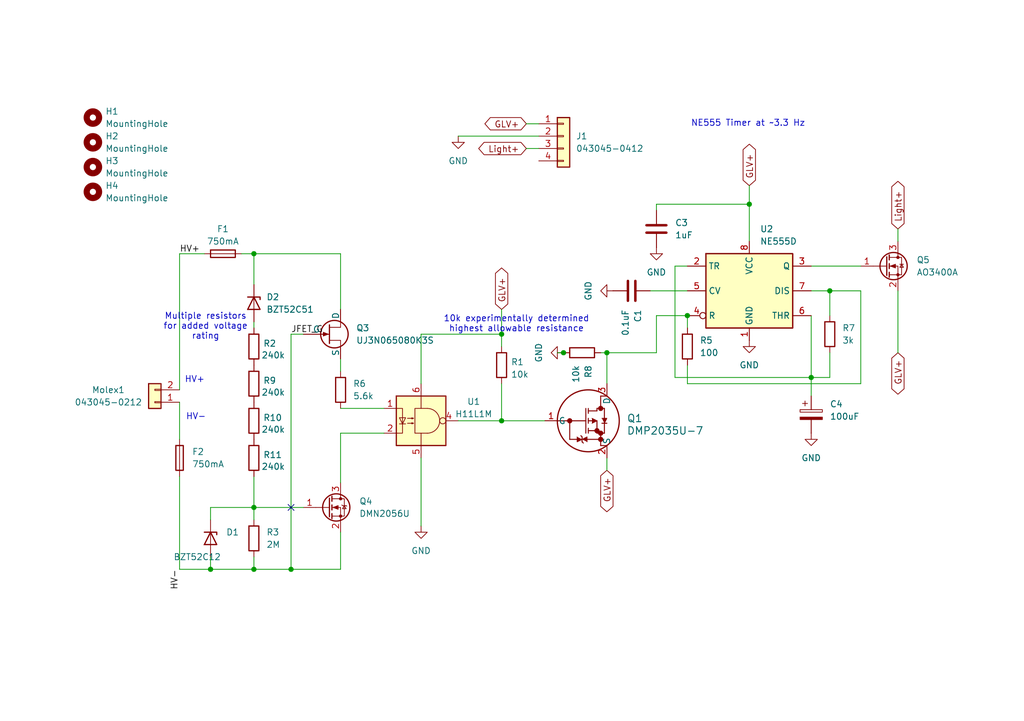
<source format=kicad_sch>
(kicad_sch (version 20250114) (generator "eeschema") (generator_version "9.0")
  (paper "A5")
  (lib_symbols
    (symbol "Connector_Generic:Conn_01x02" (pin_names (offset 1.016) (hide yes))
      (property "Reference" "J" (at 0 2.54 0))
      (property "Value" "Conn_01x02" (at 0 -5.08 0))
      (symbol "Conn_01x02_1_1"
        (rectangle (start -1.27 1.27) (end 1.27 -3.81) (stroke (width 0.254)) (fill (type background)))
        (rectangle (start -1.27 0.127) (end 0 -0.127) (stroke (width 0.1524)))
        (rectangle (start -1.27 -2.413) (end 0 -2.667) (stroke (width 0.1524)))
        (pin passive line (at -5.08 0 0) (length 3.81) (name "Pin_1") (number "1"))
        (pin passive line (at -5.08 -2.54 0) (length 3.81) (name "Pin_2") (number "2"))
      )
    )
    (symbol "Connector_Generic:Conn_01x04" (pin_names (offset 1.016) (hide yes))
      (property "Reference" "J" (at 0 5.08 0))
      (property "Value" "Conn_01x04" (at 0 -7.62 0))
      (symbol "Conn_01x04_1_1"
        (rectangle (start -1.27 3.81) (end 1.27 -6.35) (stroke (width 0.254)) (fill (type background)))
        (rectangle (start -1.27 2.667) (end 0 2.413) (stroke (width 0.1524)))
        (rectangle (start -1.27 0.127) (end 0 -0.127) (stroke (width 0.1524)))
        (rectangle (start -1.27 -2.413) (end 0 -2.667) (stroke (width 0.1524)))
        (rectangle (start -1.27 -4.953) (end 0 -5.207) (stroke (width 0.1524)))
        (pin passive line (at -5.08 2.54 0) (length 3.81) (name "Pin_1") (number "1"))
        (pin passive line (at -5.08 0 0) (length 3.81) (name "Pin_2") (number "2"))
        (pin passive line (at -5.08 -2.54 0) (length 3.81) (name "Pin_3") (number "3"))
        (pin passive line (at -5.08 -5.08 0) (length 3.81) (name "Pin_4") (number "4"))
      )
    )
    (symbol "Device:C" (pin_numbers (hide yes)) (pin_names (offset 0.254))
      (property "Reference" "C" (at 0.635 2.54 0))
      (property "Value" "C" (at 0.635 -2.54 0))
      (symbol "C_0_1"
        (polyline (pts (xy -2.032 0.762) (xy 2.032 0.762)) (stroke (width 0.508)))
        (polyline (pts (xy -2.032 -0.762) (xy 2.032 -0.762)) (stroke (width 0.508)))
      )
      (symbol "C_1_1"
        (pin passive line (at 0 3.81 270) (length 2.794) (name "~") (number "1"))
        (pin passive line (at 0 -3.81 90) (length 2.794) (name "~") (number "2"))
      )
    )
    (symbol "Device:C_Polarized" (pin_numbers (hide yes)) (pin_names (offset 0.254))
      (property "Reference" "C" (at 0.635 2.54 0))
      (property "Value" "C_Polarized" (at 0.635 -2.54 0))
      (symbol "C_Polarized_0_1"
        (rectangle (start -2.286 0.508) (end 2.286 1.016))
        (polyline (pts (xy -1.778 2.286) (xy -0.762 2.286)))
        (polyline (pts (xy -1.27 2.794) (xy -1.27 1.778)))
        (rectangle (start 2.286 -0.508) (end -2.286 -1.016) (fill (type outline)))
      )
      (symbol "C_Polarized_1_1"
        (pin passive line (at 0 3.81 270) (length 2.794) (name "~") (number "1"))
        (pin passive line (at 0 -3.81 90) (length 2.794) (name "~") (number "2"))
      )
    )
    (symbol "Device:D_Zener" (pin_numbers (hide yes)) (pin_names (offset 1.016) (hide yes))
      (property "Reference" "D" (at 0 2.54 0))
      (property "Value" "D_Zener" (at 0 -2.54 0))
      (symbol "D_Zener_0_1"
        (polyline (pts (xy -1.27 -1.27) (xy -1.27 1.27) (xy -0.762 1.27)) (stroke (width 0.254)))
        (polyline (pts (xy 1.27 0) (xy -1.27 0)))
        (polyline (pts (xy 1.27 -1.27) (xy 1.27 1.27) (xy -1.27 0) (xy 1.27 -1.27)) (stroke (width 0.254)))
      )
      (symbol "D_Zener_1_1"
        (pin passive line (at -3.81 0 0) (length 2.54) (name "K") (number "1"))
        (pin passive line (at 3.81 0 180) (length 2.54) (name "A") (number "2"))
      )
    )
    (symbol "Device:Fuse" (pin_numbers (hide yes)) (pin_names (offset 0))
      (property "Reference" "F" (at 2.032 0 90))
      (property "Value" "Fuse" (at -1.905 0 90))
      (symbol "Fuse_0_1"
        (rectangle (start -0.762 -2.54) (end 0.762 2.54) (stroke (width 0.254)))
        (polyline (pts (xy 0 2.54) (xy 0 -2.54)))
      )
      (symbol "Fuse_1_1"
        (pin passive line (at 0 3.81 270) (length 1.27) (name "~") (number "1"))
        (pin passive line (at 0 -3.81 90) (length 1.27) (name "~") (number "2"))
      )
    )
    (symbol "Device:R" (pin_numbers (hide yes)) (pin_names (offset 0))
      (property "Reference" "R" (at 2.032 0 90))
      (property "Value" "R" (at 0 0 90))
      (symbol "R_0_1"
        (rectangle (start -1.016 -2.54) (end 1.016 2.54) (stroke (width 0.254)))
      )
      (symbol "R_1_1"
        (pin passive line (at 0 3.81 270) (length 1.27) (name "~") (number "1"))
        (pin passive line (at 0 -3.81 90) (length 1.27) (name "~") (number "2"))
      )
    )
    (symbol "Diode:BZT52Bxx" (pin_numbers (hide yes)) (pin_names (hide yes))
      (property "Reference" "D" (at 0 2.54 0))
      (property "Value" "BZT52Bxx" (at 0 -2.54 0))
      (symbol "BZT52Bxx_0_1"
        (polyline (pts (xy -1.27 -1.27) (xy -1.27 1.27) (xy -0.762 1.27)) (stroke (width 0.254)))
        (polyline (pts (xy 1.27 0) (xy -1.27 0)))
        (polyline (pts (xy 1.27 -1.27) (xy 1.27 1.27) (xy -1.27 0) (xy 1.27 -1.27)) (stroke (width 0.254)))
      )
      (symbol "BZT52Bxx_1_1"
        (pin passive line (at -3.81 0 0) (length 2.54) (name "K") (number "1"))
        (pin passive line (at 3.81 0 180) (length 2.54) (name "A") (number "2"))
      )
    )
    (symbol "Isolator:H11L1" (pin_names (offset 1.016))
      (property "Reference" "U" (at 1.27 8.89 0))
      (property "Value" "H11L1" (at 1.27 6.35 0))
      (symbol "H11L1_0_1"
        (rectangle (start -5.08 5.08) (end 5.08 -5.08) (stroke (width 0.254)) (fill (type background)))
        (polyline (pts (xy -5.08 -2.54) (xy -3.81 -2.54) (xy -3.81 2.54) (xy -5.08 2.54)))
        (polyline (pts (xy -4.445 -0.635) (xy -3.175 -0.635)))
        (polyline (pts (xy -3.81 -0.635) (xy -4.445 0.635) (xy -3.175 0.635) (xy -3.81 -0.635)))
        (polyline (pts (xy -2.794 0.508) (xy -1.524 0.508) (xy -1.905 0.381) (xy -1.905 0.635) (xy -1.524 0.508)))
        (polyline (pts (xy -2.794 -0.508) (xy -1.524 -0.508) (xy -1.905 -0.635) (xy -1.905 -0.381) (xy -1.524 -0.508)))
        (polyline (pts (xy 0 2.54) (xy 0 5.08)))
        (polyline (pts (xy 0 -2.54) (xy 0 -5.08) (xy 0 -3.81)))
        (arc (start 1.27 2.54) (mid 3.799 0) (end 1.27 -2.54))
        (polyline (pts (xy 1.27 -2.54) (xy -1.27 -2.54) (xy -1.27 2.54) (xy 1.27 2.54)))
      )
      (symbol "H11L1_1_1"
        (pin passive line (at -7.62 2.54 0) (length 2.54) (name "~") (number "1"))
        (pin passive line (at -7.62 -2.54 0) (length 2.54) (name "~") (number "2"))
        (pin no_connect line (at -5.08 0 0) (length 2.54) (hide yes) (name "~") (number "3"))
        (pin power_in line (at 0 7.62 270) (length 2.54) (name "~") (number "6"))
        (pin power_in line (at 0 -7.62 90) (length 2.54) (name "~") (number "5"))
        (pin output inverted (at 7.62 0 180) (length 3.81) (name "~") (number "4"))
      )
    )
    (symbol "Mechanical:MountingHole" (pin_names (offset 1.016)) (exclude_from_sim yes) (in_bom no)
      (property "Reference" "H" (at 0 5.08 0))
      (property "Value" "MountingHole" (at 0 3.175 0))
      (symbol "MountingHole_0_1"
        (circle (center 0 0) (radius 1.27) (stroke (width 1.27)))
      )
    )
    (symbol "Simulation_SPICE:NJFET" (pin_numbers (hide yes)) (pin_names (offset 0))
      (property "Reference" "Q3" (at 5.715 1.27 0))
      (property "Value" "UJ3N120035K3S" (at 5.715 -1.27 0))
      (symbol "NJFET_0_1"
        (polyline (pts (xy 0 0) (xy -1.016 0.381) (xy -1.016 -0.381) (xy 0 0)) (fill (type outline)))
        (polyline (pts (xy 0.254 1.905) (xy 0.254 -1.905) (xy 0.254 -1.905)) (stroke (width 0.254)))
        (circle (center 1.27 0) (radius 2.8194) (stroke (width 0.254)))
        (polyline (pts (xy 2.54 2.54) (xy 2.54 1.397) (xy 0.254 1.397)))
        (polyline (pts (xy 2.54 -2.54) (xy 2.54 -1.27) (xy 0.254 -1.27)))
      )
      (symbol "NJFET_1_1"
        (pin input line (at -5.08 0 0) (length 5.334) (name "G") (number "1"))
        (pin passive line (at 2.54 5.08 270) (length 2.54) (name "D") (number "2"))
        (pin passive line (at 2.54 -5.08 90) (length 2.54) (name "S") (number "3"))
      )
    )
    (symbol "Timer:NE555D"
      (property "Reference" "U" (at -10.16 8.89 0))
      (property "Value" "NE555D" (at 2.54 8.89 0))
      (symbol "NE555D_0_0"
        (pin power_in line (at 0 10.16 270) (length 2.54) (name "VCC") (number "8"))
        (pin power_in line (at 0 -10.16 90) (length 2.54) (name "GND") (number "1"))
      )
      (symbol "NE555D_0_1"
        (rectangle (start -8.89 -7.62) (end 8.89 7.62) (stroke (width 0.254)) (fill (type background)))
        (rectangle (start -8.89 -7.62) (end 8.89 7.62) (stroke (width 0.254)) (fill (type background)))
      )
      (symbol "NE555D_1_1"
        (pin input line (at -12.7 5.08 0) (length 3.81) (name "TR") (number "2"))
        (pin input line (at -12.7 0 0) (length 3.81) (name "CV") (number "5"))
        (pin input inverted (at -12.7 -5.08 0) (length 3.81) (name "R") (number "4"))
        (pin output line (at 12.7 5.08 180) (length 3.81) (name "Q") (number "3"))
        (pin input line (at 12.7 0 180) (length 3.81) (name "DIS") (number "7"))
        (pin input line (at 12.7 -5.08 180) (length 3.81) (name "THR") (number "6"))
      )
    )
    (symbol "Transistor_FET:AO3400A" (pin_names (offset 0) (hide yes))
      (property "Reference" "Q" (at 5.08 1.905 0))
      (property "Value" "AO3400A" (at 5.08 0 0))
      (symbol "AO3400A_0_1"
        (polyline (pts (xy 0.254 1.905) (xy 0.254 -1.905)) (stroke (width 0.254)))
        (polyline (pts (xy 0.254 0) (xy -2.54 0)))
        (polyline (pts (xy 0.762 2.286) (xy 0.762 1.27)) (stroke (width 0.254)))
        (polyline (pts (xy 0.762 0.508) (xy 0.762 -0.508)) (stroke (width 0.254)))
        (polyline (pts (xy 0.762 -1.27) (xy 0.762 -2.286)) (stroke (width 0.254)))
        (polyline (pts (xy 0.762 -1.778) (xy 3.302 -1.778) (xy 3.302 1.778) (xy 0.762 1.778)))
        (polyline (pts (xy 1.016 0) (xy 2.032 0.381) (xy 2.032 -0.381) (xy 1.016 0)) (fill (type outline)))
        (circle (center 1.651 0) (radius 2.794) (stroke (width 0.254)))
        (polyline (pts (xy 2.54 2.54) (xy 2.54 1.778)))
        (circle (center 2.54 1.778) (radius 0.254) (fill (type outline)))
        (circle (center 2.54 -1.778) (radius 0.254) (fill (type outline)))
        (polyline (pts (xy 2.54 -2.54) (xy 2.54 0) (xy 0.762 0)))
        (polyline (pts (xy 2.921 0.381) (xy 3.683 0.381)))
        (polyline (pts (xy 3.302 0.381) (xy 2.921 -0.254) (xy 3.683 -0.254) (xy 3.302 0.381)))
      )
      (symbol "AO3400A_1_1"
        (pin input line (at -5.08 0 0) (length 2.54) (name "G") (number "1"))
        (pin passive line (at 2.54 5.08 270) (length 2.54) (name "D") (number "3"))
        (pin passive line (at 2.54 -5.08 90) (length 2.54) (name "S") (number "2"))
      )
    )
    (symbol "Transistor_FET:DMN2056U" (pin_names (hide yes))
      (property "Reference" "Q" (at 5.08 1.905 0))
      (property "Value" "DMN2056U" (at 5.08 0 0))
      (symbol "DMN2056U_0_1"
        (polyline (pts (xy 0.254 1.905) (xy 0.254 -1.905)) (stroke (width 0.254)))
        (polyline (pts (xy 0.254 0) (xy -2.54 0)))
        (polyline (pts (xy 0.762 2.286) (xy 0.762 1.27)) (stroke (width 0.254)))
        (polyline (pts (xy 0.762 0.508) (xy 0.762 -0.508)) (stroke (width 0.254)))
        (polyline (pts (xy 0.762 -1.27) (xy 0.762 -2.286)) (stroke (width 0.254)))
        (polyline (pts (xy 0.762 -1.778) (xy 3.302 -1.778) (xy 3.302 1.778) (xy 0.762 1.778)))
        (polyline (pts (xy 1.016 0) (xy 2.032 0.381) (xy 2.032 -0.381) (xy 1.016 0)) (fill (type outline)))
        (circle (center 1.651 0) (radius 2.794) (stroke (width 0.254)))
        (polyline (pts (xy 2.54 2.54) (xy 2.54 1.778)))
        (circle (center 2.54 1.778) (radius 0.254) (fill (type outline)))
        (circle (center 2.54 -1.778) (radius 0.254) (fill (type outline)))
        (polyline (pts (xy 2.54 -2.54) (xy 2.54 0) (xy 0.762 0)))
        (polyline (pts (xy 2.794 0.508) (xy 2.921 0.381) (xy 3.683 0.381) (xy 3.81 0.254)))
        (polyline (pts (xy 3.302 0.381) (xy 2.921 -0.254) (xy 3.683 -0.254) (xy 3.302 0.381)))
      )
      (symbol "DMN2056U_1_1"
        (pin input line (at -5.08 0 0) (length 2.54) (name "G") (number "1"))
        (pin passive line (at 2.54 5.08 270) (length 2.54) (name "D") (number "3"))
        (pin passive line (at 2.54 -5.08 90) (length 2.54) (name "S") (number "2"))
      )
    )
    (symbol "Transistor_FET:DMP2035U-7" (pin_names (offset 0.254))
      (property "Reference" "MOSFET" (at 16.51 1.27 0))
      (property "Value" "DMP2035U-7" (at 16.51 -1.27 0))
      (symbol "DMP2035U-7_0_1"
        (polyline (pts (xy 2.54 0) (xy 8.382 0)) (stroke (width 0.2032)))
        (circle (center 5.08 0) (radius 0.0254) (stroke (width 0.508)))
        (polyline (pts (xy 5.08 -3.81) (xy 5.08 0)) (stroke (width 0.2032)))
        (polyline (pts (xy 5.08 -3.81) (xy 6.604 -3.81)) (stroke (width 0.2032)))
        (polyline (pts (xy 6.604 -3.302) (xy 6.604 -4.318) (xy 7.62 -3.81)) (fill (type outline)))
        (polyline (pts (xy 7.366 -3.048) (xy 7.62 -3.302)) (stroke (width 0.2032)))
        (polyline (pts (xy 7.62 -3.302) (xy 7.62 -4.318)) (stroke (width 0.2032)))
        (polyline (pts (xy 7.62 -4.318) (xy 7.874 -4.572)) (stroke (width 0.2032)))
        (polyline (pts (xy 8.382 -2.54) (xy 8.382 2.54)) (stroke (width 0.2032)))
        (polyline (pts (xy 8.636 -3.81) (xy 11.43 -3.81)) (stroke (width 0.2032)))
        (polyline (pts (xy 8.636 -4.318) (xy 8.636 -3.302) (xy 7.62 -3.81)) (fill (type outline)))
        (polyline (pts (xy 8.89 2.032) (xy 10.668 2.032)) (stroke (width 0.2032)))
        (polyline (pts (xy 8.89 1.524) (xy 8.89 2.54)) (stroke (width 0.2032)))
        (polyline (pts (xy 8.89 0) (xy 10.668 0)) (stroke (width 0.2032)))
        (circle (center 8.89 0) (radius 6.35) (stroke (width 0.254)))
        (polyline (pts (xy 8.89 -0.508) (xy 8.89 0.508)) (stroke (width 0.2032)))
        (polyline (pts (xy 8.89 -2.032) (xy 10.668 -2.032)) (stroke (width 0.2032)))
        (polyline (pts (xy 8.89 -2.54) (xy 8.89 -1.524)) (stroke (width 0.2032)))
        (polyline (pts (xy 9.652 0.508) (xy 10.668 0) (xy 9.652 -0.508)) (fill (type outline)))
        (polyline (pts (xy 10.668 2.54) (xy 12.192 2.54)) (stroke (width 0.2032)))
        (polyline (pts (xy 10.668 2.032) (xy 10.668 2.54)) (stroke (width 0.2032)))
        (circle (center 10.668 -2.032) (radius 0.0254) (stroke (width 0.508)))
        (polyline (pts (xy 10.668 -2.54) (xy 10.668 0)) (stroke (width 0.2032)))
        (polyline (pts (xy 10.668 -2.54) (xy 12.192 -2.54)) (stroke (width 0.2032)))
        (polyline (pts (xy 11.43 5.08) (xy 11.43 2.54)) (stroke (width 0.2032)))
        (polyline (pts (xy 11.43 5.08) (xy 12.7 5.08)) (stroke (width 0.2032)))
        (circle (center 11.43 2.54) (radius 0.0254) (stroke (width 0.508)))
        (circle (center 11.43 -2.54) (radius 0.0254) (stroke (width 0.508)))
        (circle (center 11.43 -3.81) (radius 0.0254) (stroke (width 0.508)))
        (polyline (pts (xy 11.43 -5.08) (xy 11.43 -2.54)) (stroke (width 0.2032)))
        (polyline (pts (xy 11.43 -5.08) (xy 12.7 -5.08)) (stroke (width 0.2032)))
        (polyline (pts (xy 11.684 0.508) (xy 12.7 0.508) (xy 12.192 -0.508)) (fill (type outline)))
        (polyline (pts (xy 11.684 -0.508) (xy 12.7 -0.508)) (stroke (width 0.2032)))
        (polyline (pts (xy 12.192 -2.54) (xy 12.192 2.54)) (stroke (width 0.2032)))
        (pin unspecified line (at 0 0 0) (length 2.54) (name "G") (number "1"))
        (pin unspecified line (at 12.7 7.62 270) (length 2.54) (name "D") (number "3"))
        (pin unspecified line (at 12.7 -7.62 90) (length 2.54) (name "S") (number "2"))
      )
    )
    (symbol "power:GND" (power) (pin_numbers (hide yes)) (pin_names (offset 0) (hide yes))
      (property "Value" "GND" (at 0 -3.81 0))
      (symbol "GND_0_1"
        (polyline (pts (xy 0 0) (xy 0 -1.27) (xy 1.27 -1.27) (xy 0 -2.54) (xy -1.27 -1.27) (xy 0 -1.27)))
      )
      (symbol "GND_1_1"
        (pin power_in line (at 0 0 270) (length 0) (name "~") (number "1"))
      )
    )
  )
  (text "NE555 Timer at ~3.3 Hz" (at 153.416 25.4 0) (effects (font (size 1.27 1.27))))
  (text "Multiple resistors\nfor added voltage\nrating" (at 42.164 67.056 0) (effects (font (size 1.27 1.27))))
  (text "10k experimentally determined\nhighest allowable resistance" (at 105.918 66.548 0) (effects (font (size 1.27 1.27))))
  (text "HV+" (at 37.846 78.74 0) (effects (font (size 1.27 1.27)) (justify left bottom)))
  (text "HV-" (at 38.1 86.36 0) (effects (font (size 1.27 1.27)) (justify left bottom)))
  (junction (at 124.46 72.39))
  (junction (at 52.07 116.84))
  (junction (at 52.07 52.07))
  (junction (at 166.37 77.47))
  (junction (at 52.07 104.14))
  (junction (at 153.67 41.91))
  (junction (at 59.69 116.84))
  (junction (at 170.18 59.69))
  (junction (at 102.87 68.58))
  (junction (at 102.87 86.36))
  (junction (at 140.97 64.77))
  (junction (at 115.57 72.39))
  (junction (at 43.18 116.84))
  (no_connect (at 59.69 104.14))
  (wire (pts (xy 138.43 77.47) (xy 138.43 54.61)))
  (wire (pts (xy 140.97 74.93) (xy 140.97 78.74)))
  (wire (pts (xy 133.35 59.69) (xy 140.97 59.69)))
  (wire (pts (xy 176.53 78.74) (xy 140.97 78.74)))
  (wire (pts (xy 78.74 88.9) (xy 69.85 88.9)))
  (wire (pts (xy 134.62 41.91) (xy 134.62 43.18)))
  (wire (pts (xy 59.69 68.58) (xy 59.69 116.84)))
  (wire (pts (xy 52.07 52.07) (xy 52.07 58.42)))
  (wire (pts (xy 124.46 72.39) (xy 134.62 72.39)))
  (wire (pts (xy 184.15 59.69) (xy 184.15 72.39)))
  (wire (pts (xy 107.95 25.4) (xy 110.49 25.4)))
  (wire (pts (xy 69.85 109.22) (xy 69.85 116.84)))
  (wire (pts (xy 69.85 52.07) (xy 69.85 63.5)))
  (wire (pts (xy 36.83 97.79) (xy 36.83 116.84)))
  (wire (pts (xy 59.69 116.84) (xy 69.85 116.84)))
  (wire (pts (xy 69.85 88.9) (xy 69.85 99.06)))
  (wire (pts (xy 107.95 30.48) (xy 110.49 30.48)))
  (wire (pts (xy 86.36 93.98) (xy 86.36 107.95)))
  (wire (pts (xy 134.62 41.91) (xy 153.67 41.91)))
  (wire (pts (xy 124.46 96.52) (xy 124.46 93.98)))
  (wire (pts (xy 52.07 52.07) (xy 69.85 52.07)))
  (wire (pts (xy 170.18 77.47) (xy 166.37 77.47)))
  (wire (pts (xy 153.67 38.1) (xy 153.67 41.91)))
  (wire (pts (xy 36.83 52.07) (xy 36.83 80.01)))
  (wire (pts (xy 52.07 104.14) (xy 52.07 97.79)))
  (wire (pts (xy 124.46 72.39) (xy 124.46 78.74)))
  (wire (pts (xy 170.18 59.69) (xy 176.53 59.69)))
  (wire (pts (xy 166.37 54.61) (xy 176.53 54.61)))
  (wire (pts (xy 43.18 116.84) (xy 52.07 116.84)))
  (wire (pts (xy 134.62 64.77) (xy 134.62 72.39)))
  (wire (pts (xy 134.62 64.77) (xy 140.97 64.77)))
  (wire (pts (xy 52.07 116.84) (xy 59.69 116.84)))
  (wire (pts (xy 93.98 86.36) (xy 102.87 86.36)))
  (wire (pts (xy 138.43 54.61) (xy 140.97 54.61)))
  (wire (pts (xy 184.15 46.99) (xy 184.15 49.53)))
  (wire (pts (xy 102.87 86.36) (xy 111.76 86.36)))
  (wire (pts (xy 43.18 104.14) (xy 52.07 104.14)))
  (wire (pts (xy 43.18 116.84) (xy 43.18 114.3)))
  (wire (pts (xy 36.83 116.84) (xy 43.18 116.84)))
  (wire (pts (xy 36.83 52.07) (xy 41.91 52.07)))
  (wire (pts (xy 78.74 83.82) (xy 69.85 83.82)))
  (wire (pts (xy 69.85 73.66) (xy 69.85 76.2)))
  (wire (pts (xy 86.36 68.58) (xy 102.87 68.58)))
  (wire (pts (xy 166.37 64.77) (xy 166.37 77.47)))
  (wire (pts (xy 166.37 77.47) (xy 138.43 77.47)))
  (wire (pts (xy 114.3 72.39) (xy 115.57 72.39)))
  (wire (pts (xy 43.18 104.14) (xy 43.18 106.68)))
  (wire (pts (xy 102.87 63.5) (xy 102.87 68.58)))
  (wire (pts (xy 140.97 64.77) (xy 140.97 67.31)))
  (wire (pts (xy 52.07 116.84) (xy 52.07 114.3)))
  (wire (pts (xy 52.07 104.14) (xy 62.23 104.14)))
  (wire (pts (xy 52.07 104.14) (xy 52.07 106.68)))
  (wire (pts (xy 153.67 41.91) (xy 153.67 49.53)))
  (wire (pts (xy 36.83 82.55) (xy 36.83 90.17)))
  (wire (pts (xy 49.53 52.07) (xy 52.07 52.07)))
  (wire (pts (xy 93.98 27.94) (xy 110.49 27.94)))
  (wire (pts (xy 86.36 78.74) (xy 86.36 68.58)))
  (wire (pts (xy 123.19 72.39) (xy 124.46 72.39)))
  (wire (pts (xy 170.18 59.69) (xy 170.18 64.77)))
  (wire (pts (xy 52.07 66.04) (xy 52.07 67.31)))
  (wire (pts (xy 166.37 59.69) (xy 170.18 59.69)))
  (wire (pts (xy 102.87 86.36) (xy 102.87 78.74)))
  (wire (pts (xy 166.37 77.47) (xy 166.37 81.28)))
  (wire (pts (xy 102.87 68.58) (xy 102.87 71.12)))
  (wire (pts (xy 176.53 59.69) (xy 176.53 78.74)))
  (wire (pts (xy 59.69 68.58) (xy 62.23 68.58)))
  (wire (pts (xy 170.18 72.39) (xy 170.18 77.47)))
  (label "JFET_G" (at 59.69 68.58 0))
  (label "HV+" (at 36.83 52.07 0))
  (label "HV-" (at 36.83 116.84 270))
  (global_label "GLV+" (shape bidirectional) (at 124.46 96.52 270) (property "Intersheetrefs" "${INTERSHEET_REFS}" (effects (hide yes))))
  (global_label "Light+" (shape bidirectional) (at 184.15 46.99 90) (property "Intersheetrefs" "${INTERSHEET_REFS}" (effects (hide yes))))
  (global_label "GLV+" (shape bidirectional) (at 184.15 72.39 270) (property "Intersheetrefs" "${INTERSHEET_REFS}" (effects (hide yes))))
  (global_label "GLV+" (shape bidirectional) (at 102.87 63.5 90) (property "Intersheetrefs" "${INTERSHEET_REFS}" (effects (hide yes))))
  (global_label "GLV+" (shape bidirectional) (at 107.95 25.4 180) (property "Intersheetrefs" "${INTERSHEET_REFS}" (effects (hide yes))))
  (global_label "Light+" (shape bidirectional) (at 107.95 30.48 180) (property "Intersheetrefs" "${INTERSHEET_REFS}" (effects (hide yes))))
  (global_label "GLV+" (shape bidirectional) (at 153.67 38.1 90) (property "Intersheetrefs" "${INTERSHEET_REFS}" (effects (hide yes))))
  (symbol (lib_id "Device:C") (at 129.54 59.69 90) (unit 1)
    (property "Reference" "C1" (at 130.8101 63.5 0) (effects (justify right)))
    (property "Value" "0.1uF" (at 128.2701 63.5 0) (effects (justify right)))
    (property "Footprint" "Capacitor_SMD:C_0805_2012Metric_Pad1.18x1.45mm_HandSolder" (effects (hide yes)))
    (property "Description" "Unpolarized capacitor" (effects (hide yes)))
  )
  (symbol (lib_id "power:GND") (at 86.36 107.95 0) (unit 1)
    (property "Reference" "#PWR04" (effects (hide yes)))
    (property "Value" "GND" (at 86.36 113.03 0))
    (property "Description" "Power symbol creates a global label with name \"GND\" , ground" (effects (hide yes)))
  )
  (symbol (lib_id "Transistor_FET:AO3400A") (at 181.61 54.61 0) (unit 1)
    (property "Reference" "Q5" (at 187.96 53.3399 0) (effects (justify left)))
    (property "Value" "AO3400A" (at 187.96 55.8799 0) (effects (justify left)))
    (property "Footprint" "Package_TO_SOT_SMD:SOT-23" (effects (hide yes)))
    (property "Datasheet" "http://www.aosmd.com/pdfs/datasheet/AO3400A.pdf" (effects (hide yes)))
    (property "Description" "30V Vds, 5.7A Id, N-Channel MOSFET, SOT-23" (effects (hide yes)))
  )
  (symbol (lib_id "power:GND") (at 115.57 72.39 270) (unit 1)
    (property "Reference" "#PWR05" (effects (hide yes)))
    (property "Value" "GND" (at 110.49 72.39 0))
    (property "Description" "Power symbol creates a global label with name \"GND\" , ground" (effects (hide yes)))
  )
  (symbol (lib_id "Transistor_FET:DMN2056U") (at 67.31 104.14 0) (unit 1)
    (property "Reference" "Q4" (at 73.66 102.8699 0) (effects (justify left)))
    (property "Value" "DMN2056U" (at 73.66 105.4099 0) (effects (justify left)))
    (property "Footprint" "Package_TO_SOT_SMD:SOT-23" (effects (hide yes)))
    (property "Datasheet" "http://www.diodes.com/assets/Datasheets/DMN2056U.pdf" (effects (hide yes)))
    (property "Description" "4A Id, 20V Vds, N-Channel MOSFET, SOT-23" (effects (hide yes)))
  )
  (symbol (lib_id "Device:R") (at 69.85 80.01 0) (unit 1)
    (property "Reference" "R6" (at 72.39 78.7399 0) (effects (justify left)))
    (property "Value" "5.6k" (at 72.39 81.2799 0) (effects (justify left)))
    (property "Footprint" "Resistor_SMD:R_0805_2012Metric_Pad1.20x1.40mm_HandSolder" (effects (hide yes)))
  )
  (symbol (lib_id "Transistor_FET:DMP2035U-7") (at 111.76 86.36 0) (unit 1)
    (property "Reference" "Q1" (at 128.524 85.852 0) (effects (font (size 1.524 1.524)) (justify left)))
    (property "Value" "DMP2035U-7" (at 128.524 88.392 0) (effects (font (size 1.524 1.524)) (justify left)))
    (property "Footprint" "SOT23_DIO" (effects (hide yes)))
    (property "Datasheet" "DMP2035U-7" (effects (hide yes)))
  )
  (symbol (lib_id "Device:R") (at 52.07 71.12 0) (unit 1)
    (property "Reference" "R2" (at 53.975 70.485 0) (effects (justify left)))
    (property "Value" "240k" (at 53.594 72.898 0) (effects (justify left)))
    (property "Footprint" "Resistor_SMD:R_0805_2012Metric_Pad1.20x1.40mm_HandSolder" (effects (hide yes)))
  )
  (symbol (lib_id "power:GND") (at 93.98 27.94 0) (mirror y) (unit 1)
    (property "Reference" "#PWR08" (effects (hide yes)))
    (property "Value" "GND" (at 93.98 33.02 0))
    (property "Description" "Power symbol creates a global label with name \"GND\" , ground" (effects (hide yes)))
  )
  (symbol (lib_id "Device:Fuse") (at 45.72 52.07 90) (unit 1)
    (property "Reference" "F1" (at 45.72 46.99 90))
    (property "Value" "750mA" (at 45.72 49.53 90))
    (property "Footprint" "Library:FUSE_BK_PCS" (effects (hide yes)))
  )
  (symbol (lib_id "Device:R") (at 52.07 78.74 0) (unit 1)
    (property "Reference" "R9" (at 53.975 78.105 0) (effects (justify left)))
    (property "Value" "240k" (at 53.594 80.518 0) (effects (justify left)))
    (property "Footprint" "Resistor_SMD:R_0805_2012Metric_Pad1.20x1.40mm_HandSolder" (effects (hide yes)))
  )
  (symbol (lib_id "power:GND") (at 125.73 59.69 270) (unit 1)
    (property "Reference" "#PWR03" (effects (hide yes)))
    (property "Value" "GND" (at 120.65 59.69 0))
    (property "Description" "Power symbol creates a global label with name \"GND\" , ground" (effects (hide yes)))
  )
  (symbol (lib_id "power:GND") (at 134.62 50.8 0) (unit 1)
    (property "Reference" "#PWR06" (effects (hide yes)))
    (property "Value" "GND" (at 134.62 55.88 0))
    (property "Description" "Power symbol creates a global label with name \"GND\" , ground" (effects (hide yes)))
  )
  (symbol (lib_id "Device:R") (at 52.07 93.98 0) (unit 1)
    (property "Reference" "R11" (at 53.975 93.345 0) (effects (justify left)))
    (property "Value" "240k" (at 53.594 95.758 0) (effects (justify left)))
    (property "Footprint" "Resistor_SMD:R_0805_2012Metric_Pad1.20x1.40mm_HandSolder" (effects (hide yes)))
  )
  (symbol (lib_id "Device:C") (at 134.62 46.99 180) (unit 1)
    (property "Reference" "C3" (at 138.43 45.7199 0) (effects (justify right)))
    (property "Value" "1uF" (at 138.43 48.2599 0) (effects (justify right)))
    (property "Footprint" "Capacitor_SMD:C_0805_2012Metric_Pad1.18x1.45mm_HandSolder" (effects (hide yes)))
    (property "Description" "Unpolarized capacitor" (effects (hide yes)))
  )
  (symbol (lib_id "Simulation_SPICE:NJFET") (at 67.31 68.58 0) (unit 1)
    (property "Reference" "Q3" (at 73.025 67.31 0) (effects (justify left)))
    (property "Value" "UJ3N065080K3S" (at 73.025 69.85 0) (effects (justify left)))
    (property "Footprint" "Package_TO_SOT_THT:TO-247-3_Horizontal_TabDown" (effects (hide yes)))
    (property "Sim.Device" "NJFET" (effects (hide yes)))
    (property "Sim.Type" "SHICHMANHODGES" (effects (hide yes)))
    (property "Sim.Pins" "1=D 2=G 3=S" (effects (hide yes)))
  )
  (symbol (lib_id "Device:R") (at 52.07 86.36 0) (unit 1)
    (property "Reference" "R10" (at 53.975 85.725 0) (effects (justify left)))
    (property "Value" "240k" (at 53.594 88.138 0) (effects (justify left)))
    (property "Footprint" "Resistor_SMD:R_0805_2012Metric_Pad1.20x1.40mm_HandSolder" (effects (hide yes)))
  )
  (symbol (lib_id "Device:R") (at 52.07 110.49 0) (unit 1)
    (property "Reference" "R3" (at 54.61 109.2199 0) (effects (justify left)))
    (property "Value" "2M" (at 54.61 111.7599 0) (effects (justify left)))
    (property "Footprint" "Resistor_SMD:R_0805_2012Metric_Pad1.20x1.40mm_HandSolder" (effects (hide yes)))
  )
  (symbol (lib_id "Timer:NE555D") (at 153.67 59.69 0) (unit 1)
    (property "Reference" "U2" (at 155.8641 46.99 0) (effects (justify left)))
    (property "Value" "NE555D" (at 155.8641 49.53 0) (effects (justify left)))
    (property "Footprint" "Package_SO:SOIC-8_3.9x4.9mm_P1.27mm" (effects (hide yes)))
    (property "Datasheet" "http://www.ti.com/lit/ds/symlink/ne555.pdf" (effects (hide yes)))
    (property "Description" "Precision Timers, 555 compatible, SOIC-8" (effects (hide yes)))
  )
  (symbol (lib_id "Device:R") (at 119.38 72.39 90) (unit 1)
    (property "Reference" "R8" (at 120.6501 74.93 0) (effects (justify right)))
    (property "Value" "10k" (at 118.1101 74.93 0) (effects (justify right)))
    (property "Footprint" "Resistor_SMD:R_0805_2012Metric_Pad1.20x1.40mm_HandSolder" (effects (hide yes)))
    (property "Description" "Resistor" (effects (hide yes)))
  )
  (symbol (lib_id "Device:Fuse") (at 36.83 93.98 180) (unit 1)
    (property "Reference" "F2" (at 39.37 92.7099 0) (effects (justify right)))
    (property "Value" "750mA" (at 39.37 95.2499 0) (effects (justify right)))
    (property "Footprint" "Library:FUSE_BK_PCS" (effects (hide yes)))
  )
  (symbol (lib_id "Mechanical:MountingHole") (at 19.05 24.13 0) (unit 1) (exclude_from_sim yes) (in_bom no)
    (property "Reference" "H1" (at 21.59 22.8599 0) (effects (justify left)))
    (property "Value" "MountingHole" (at 21.59 25.3999 0) (effects (justify left)))
    (property "Footprint" "MountingHole:MountingHole_4.3mm_M4" (effects (hide yes)))
    (property "Description" "Mounting Hole without connection" (effects (hide yes)))
  )
  (symbol (lib_id "Isolator:H11L1") (at 86.36 86.36 0) (unit 1)
    (property "Reference" "U1" (at 97.155 82.4231 0))
    (property "Value" "H11L1M" (at 97.155 84.9631 0))
    (property "Footprint" "Package_DIP:DIP-6_W7.62mm" (effects (hide yes)))
    (property "Datasheet" "https://www.onsemi.com/pub/Collateral/H11L3M-D.PDF" (effects (hide yes)))
  )
  (symbol (lib_id "Mechanical:MountingHole") (at 19.05 34.29 0) (unit 1) (exclude_from_sim yes) (in_bom no)
    (property "Reference" "H3" (at 21.59 33.0199 0) (effects (justify left)))
    (property "Value" "MountingHole" (at 21.59 35.5599 0) (effects (justify left)))
    (property "Footprint" "MountingHole:MountingHole_4.3mm_M4" (effects (hide yes)))
    (property "Description" "Mounting Hole without connection" (effects (hide yes)))
  )
  (symbol (lib_id "Device:R") (at 140.97 71.12 0) (unit 1)
    (property "Reference" "R5" (at 143.51 69.8499 0) (effects (justify left)))
    (property "Value" "100" (at 143.51 72.3899 0) (effects (justify left)))
    (property "Footprint" "Resistor_SMD:R_0805_2012Metric_Pad1.20x1.40mm_HandSolder" (effects (hide yes)))
    (property "Description" "Resistor" (effects (hide yes)))
  )
  (symbol (lib_id "Connector_Generic:Conn_01x04") (at 115.57 27.94 0) (unit 1)
    (property "Reference" "J1" (at 118.11 27.94 0) (effects (justify left)))
    (property "Value" "043045-0412" (at 118.11 30.48 0) (effects (justify left)))
    (property "Footprint" "Connector_Molex:Molex_Micro-Fit_3.0_43045-0412_2x02_P3.00mm_Vertical" (effects (hide yes)))
  )
  (symbol (lib_id "Mechanical:MountingHole") (at 19.05 39.37 0) (unit 1) (exclude_from_sim yes) (in_bom no)
    (property "Reference" "H4" (at 21.59 38.0999 0) (effects (justify left)))
    (property "Value" "MountingHole" (at 21.59 40.6399 0) (effects (justify left)))
    (property "Footprint" "MountingHole:MountingHole_4.3mm_M4" (effects (hide yes)))
    (property "Description" "Mounting Hole without connection" (effects (hide yes)))
  )
  (symbol (lib_id "power:GND") (at 166.37 88.9 0) (unit 1)
    (property "Reference" "#PWR02" (effects (hide yes)))
    (property "Value" "GND" (at 166.37 93.98 0))
    (property "Description" "Power symbol creates a global label with name \"GND\" , ground" (effects (hide yes)))
  )
  (symbol (lib_id "Connector_Generic:Conn_01x02") (at 31.75 82.55 180) (unit 1)
    (property "Reference" "Molex1" (at 22.225 80.01 0))
    (property "Value" "043045-0212" (at 22.225 82.55 0))
    (property "Footprint" "Connector_Molex:Molex_Micro-Fit_3.0_43045-0212_2x01_P3.00mm_Vertical" (effects (hide yes)))
  )
  (symbol (lib_id "Device:R") (at 170.18 68.58 180) (unit 1)
    (property "Reference" "R7" (at 172.72 67.3099 0) (effects (justify right)))
    (property "Value" "3k" (at 172.72 69.8499 0) (effects (justify right)))
    (property "Footprint" "Resistor_SMD:R_0805_2012Metric_Pad1.20x1.40mm_HandSolder" (effects (hide yes)))
    (property "Description" "Resistor" (effects (hide yes)))
  )
  (symbol (lib_id "Device:D_Zener") (at 43.18 110.49 270) (unit 1)
    (property "Reference" "D1" (at 46.355 109.22 90) (effects (justify left)))
    (property "Value" "BZT52C12" (at 35.56 114.3 90) (effects (justify left)))
    (property "Footprint" "Diode_SMD:D_SOD-123" (effects (hide yes)))
  )
  (symbol (lib_id "Diode:BZT52Bxx") (at 52.07 62.23 270) (unit 1)
    (property "Reference" "D2" (at 54.61 60.9599 90) (effects (justify left)))
    (property "Value" "BZT52C51" (at 54.61 63.4999 90) (effects (justify left)))
    (property "Footprint" "Diode_SMD:D_SOD-123F" (effects (hide yes)))
    (property "Datasheet" "https://diotec.com/tl_files/diotec/files/pdf/datasheets/bzt52b2v4.pdf" (effects (hide yes)))
    (property "Description" "500mW Zener Diode, SOD-123F" (effects (hide yes)))
  )
  (symbol (lib_id "Mechanical:MountingHole") (at 19.05 29.21 0) (unit 1) (exclude_from_sim yes) (in_bom no)
    (property "Reference" "H2" (at 21.59 27.9399 0) (effects (justify left)))
    (property "Value" "MountingHole" (at 21.59 30.4799 0) (effects (justify left)))
    (property "Footprint" "MountingHole:MountingHole_4.3mm_M4" (effects (hide yes)))
    (property "Description" "Mounting Hole without connection" (effects (hide yes)))
  )
  (symbol (lib_id "power:GND") (at 153.67 69.85 0) (unit 1)
    (property "Reference" "#PWR01" (effects (hide yes)))
    (property "Value" "GND" (at 153.67 74.93 0))
    (property "Description" "Power symbol creates a global label with name \"GND\" , ground" (effects (hide yes)))
  )
  (symbol (lib_id "Device:C_Polarized") (at 166.37 85.09 0) (unit 1)
    (property "Reference" "C4" (at 170.18 82.9309 0) (effects (justify left)))
    (property "Value" "100uF" (at 170.18 85.4709 0) (effects (justify left)))
    (property "Footprint" "Capacitor_SMD:CP_Elec_6.3x5.4" (effects (hide yes)))
    (property "Description" "Polarized capacitor" (effects (hide yes)))
  )
  (symbol (lib_id "Device:R") (at 102.87 74.93 0) (unit 1)
    (property "Reference" "R1" (at 104.775 74.295 0) (effects (justify left)))
    (property "Value" "10k" (at 104.775 76.835 0) (effects (justify left)))
    (property "Footprint" "Resistor_SMD:R_0805_2012Metric_Pad1.20x1.40mm_HandSolder" (effects (hide yes)))
  )
)
</source>
